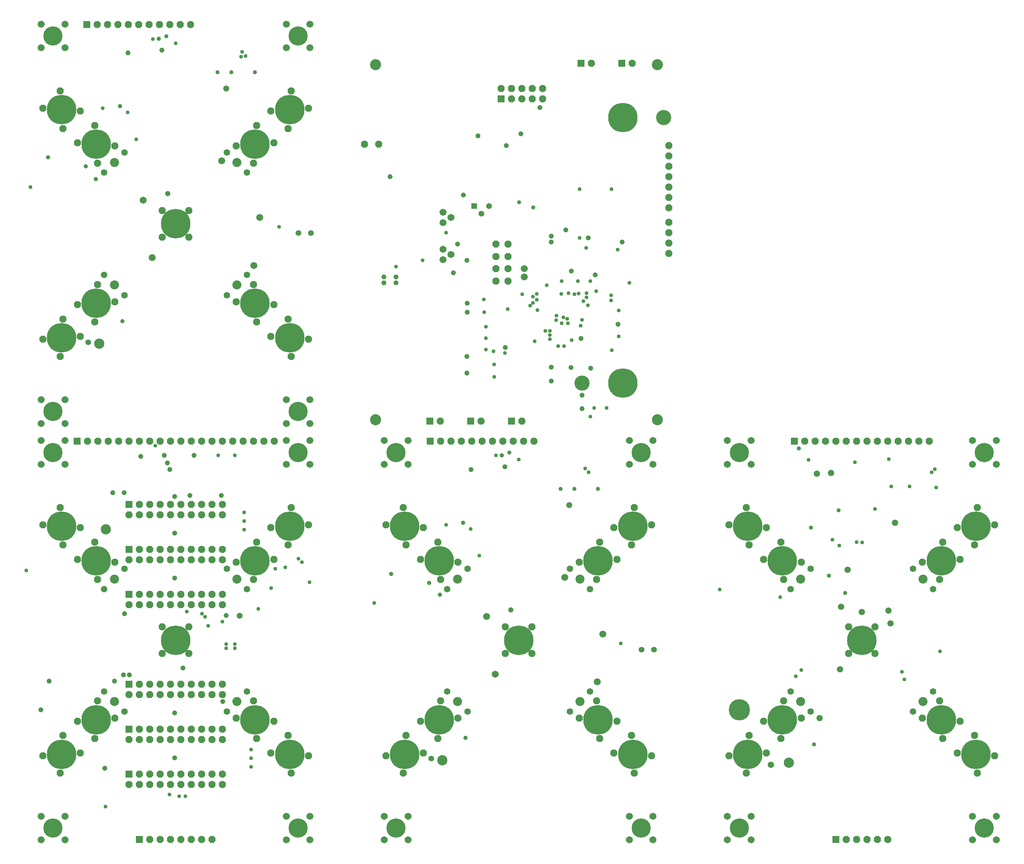
<source format=gbr>
G04 EAGLE Gerber RS-274X export*
G75*
%MOMM*%
%FSLAX34Y34*%
%LPD*%
%INSoldermask Bottom*%
%IPPOS*%
%AMOC8*
5,1,8,0,0,1.08239X$1,22.5*%
G01*
%ADD10C,4.703200*%
%ADD11C,5.203200*%
%ADD12C,2.703200*%
%ADD13C,3.703200*%
%ADD14C,7.203200*%
%ADD15P,1.869504X8X67.500000*%
%ADD16C,7.219200*%
%ADD17P,1.869504X8X157.500000*%
%ADD18P,1.869504X8X247.500000*%
%ADD19P,1.869504X8X337.500000*%
%ADD20R,1.727200X1.727200*%
%ADD21P,1.869504X8X112.500000*%
%ADD22C,2.503200*%
%ADD23C,2.203200*%
%ADD24C,1.603200*%
%ADD25P,1.869504X8X22.500000*%
%ADD26P,1.869504X8X292.500000*%
%ADD27C,1.425200*%
%ADD28R,1.425200X1.425200*%
%ADD29C,1.703200*%
%ADD30P,1.852186X8X22.500000*%
%ADD31P,1.852186X8X202.500000*%
%ADD32C,1.409600*%
%ADD33C,1.059600*%
%ADD34C,0.959600*%
%ADD35C,1.309600*%
%ADD36C,1.209600*%
%ADD37C,1.478200*%
%ADD38C,1.009600*%
%ADD39C,1.553200*%


D10*
X950000Y40000D03*
X1550000Y40000D03*
X1550000Y960000D03*
X950000Y960000D03*
X1790000Y40000D03*
X2390000Y40000D03*
X2390000Y960000D03*
X1790000Y960000D03*
D11*
X1790000Y330000D03*
D10*
X110000Y1060000D03*
X710000Y1060000D03*
X710000Y1980000D03*
X110000Y1980000D03*
D12*
X900000Y1040000D03*
X1590000Y1040000D03*
X1590000Y1910000D03*
X900000Y1910000D03*
D13*
X1405000Y1130000D03*
D14*
X1505000Y1130000D03*
D13*
X1605000Y1780000D03*
D14*
X1505000Y1780000D03*
D10*
X110000Y40000D03*
X710000Y40000D03*
X710000Y960000D03*
X110000Y960000D03*
D15*
X974226Y733348D03*
X924728Y782846D03*
X1016652Y775774D03*
X967154Y825272D03*
D16*
X970690Y779310D03*
D17*
X1101512Y309086D03*
X1052014Y259588D03*
X1059086Y351512D03*
X1009588Y302014D03*
D16*
X1055550Y305550D03*
D18*
X1525774Y266652D03*
X1575272Y217154D03*
X1483348Y224226D03*
X1532846Y174728D03*
D16*
X1529310Y220690D03*
D18*
X1440914Y351512D03*
X1490412Y302014D03*
X1398488Y309086D03*
X1447986Y259588D03*
D16*
X1444450Y305550D03*
D15*
X1059086Y648488D03*
X1009588Y697986D03*
X1101512Y690914D03*
X1052014Y740412D03*
D16*
X1055550Y694450D03*
D19*
X1483348Y775774D03*
X1532846Y825272D03*
X1525774Y733348D03*
X1575272Y782846D03*
D16*
X1529310Y779310D03*
D19*
X1398488Y690914D03*
X1447986Y740412D03*
X1440914Y648488D03*
X1490412Y697986D03*
D16*
X1444450Y694450D03*
D17*
X1016652Y224226D03*
X967154Y174728D03*
X974226Y266652D03*
X924728Y217154D03*
D16*
X970690Y220690D03*
D20*
X1033000Y987500D03*
D21*
X1058400Y987500D03*
X1083800Y987500D03*
X1109200Y987500D03*
X1134600Y987500D03*
X1160000Y987500D03*
X1185400Y987500D03*
X1210800Y987500D03*
X1236200Y987500D03*
X1261600Y987500D03*
X1287000Y987500D03*
D22*
X1063000Y206000D03*
D23*
X1400000Y650000D03*
D24*
X1375251Y674749D03*
X1424749Y625251D03*
D23*
X1100000Y650000D03*
D24*
X1075251Y625251D03*
X1124749Y674749D03*
D23*
X1400000Y350000D03*
D24*
X1424749Y374749D03*
X1375251Y325251D03*
D23*
X1100000Y350000D03*
D24*
X1124749Y325251D03*
X1075251Y374749D03*
D25*
X1217500Y467500D03*
X1217500Y532500D03*
X1282500Y467500D03*
X1282500Y532500D03*
D16*
X1250000Y500000D03*
D15*
X1814226Y733348D03*
X1764728Y782846D03*
X1856652Y775774D03*
X1807154Y825272D03*
D16*
X1810690Y779310D03*
D17*
X1856652Y224226D03*
X1807154Y174728D03*
X1814226Y266652D03*
X1764728Y217154D03*
D16*
X1810690Y220690D03*
D17*
X1941512Y309086D03*
X1892014Y259588D03*
X1899086Y351512D03*
X1849588Y302014D03*
D16*
X1895550Y305550D03*
D15*
X1899086Y648488D03*
X1849588Y697986D03*
X1941512Y690914D03*
X1892014Y740412D03*
D16*
X1895550Y694450D03*
D18*
X2365774Y266652D03*
X2415272Y217154D03*
X2323348Y224226D03*
X2372846Y174728D03*
D16*
X2369310Y220690D03*
D18*
X2280914Y351512D03*
X2330412Y302014D03*
X2238488Y309086D03*
X2287986Y259588D03*
D16*
X2284450Y305550D03*
D19*
X2323348Y775774D03*
X2372846Y825272D03*
X2365774Y733348D03*
X2415272Y782846D03*
D16*
X2369310Y779310D03*
D19*
X2238488Y690914D03*
X2287986Y740412D03*
X2280914Y648488D03*
X2330412Y697986D03*
D16*
X2284450Y694450D03*
D20*
X2026500Y12500D03*
D21*
X2051900Y12500D03*
X2077300Y12500D03*
X2102700Y12500D03*
X2128100Y12500D03*
X2153500Y12500D03*
D20*
X1924900Y987500D03*
D21*
X1950300Y987500D03*
X1975700Y987500D03*
X2001100Y987500D03*
X2026500Y987500D03*
X2051900Y987500D03*
X2077300Y987500D03*
X2102700Y987500D03*
X2128100Y987500D03*
X2153500Y987500D03*
X2178900Y987500D03*
X2204300Y987500D03*
X2229700Y987500D03*
X2255100Y987500D03*
D22*
X1911000Y200000D03*
D23*
X1940000Y650000D03*
D24*
X1915251Y625251D03*
X1964749Y674749D03*
D23*
X1940000Y350000D03*
D24*
X1964749Y325251D03*
X1915251Y374749D03*
D23*
X2240000Y650000D03*
D24*
X2215251Y674749D03*
X2264749Y625251D03*
D23*
X2240000Y350000D03*
D24*
X2264749Y374749D03*
X2215251Y325251D03*
D25*
X2057500Y467500D03*
X2057500Y532500D03*
X2122500Y467500D03*
X2122500Y532500D03*
D16*
X2090000Y500000D03*
D15*
X134226Y1753348D03*
X84728Y1802846D03*
X176652Y1795774D03*
X127154Y1845272D03*
D16*
X130690Y1799310D03*
D17*
X261512Y1329086D03*
X212014Y1279588D03*
X219086Y1371512D03*
X169588Y1322014D03*
D16*
X215550Y1325550D03*
D18*
X685774Y1286652D03*
X735272Y1237154D03*
X643348Y1244226D03*
X692846Y1194728D03*
D16*
X689310Y1240690D03*
D18*
X600914Y1371512D03*
X650412Y1322014D03*
X558488Y1329086D03*
X607986Y1279588D03*
D16*
X604450Y1325550D03*
D15*
X219086Y1668488D03*
X169588Y1717986D03*
X261512Y1710914D03*
X212014Y1760412D03*
D16*
X215550Y1714450D03*
D19*
X643348Y1795774D03*
X692846Y1845272D03*
X685774Y1753348D03*
X735272Y1802846D03*
D16*
X689310Y1799310D03*
D19*
X558488Y1710914D03*
X607986Y1760412D03*
X600914Y1668488D03*
X650412Y1717986D03*
D16*
X604450Y1714450D03*
D17*
X176652Y1244226D03*
X127154Y1194728D03*
X134226Y1286652D03*
X84728Y1237154D03*
D16*
X130690Y1240690D03*
D20*
X193000Y2007500D03*
D21*
X218400Y2007500D03*
X243800Y2007500D03*
X269200Y2007500D03*
X294600Y2007500D03*
X320000Y2007500D03*
X345400Y2007500D03*
X370800Y2007500D03*
X396200Y2007500D03*
X421600Y2007500D03*
X447000Y2007500D03*
D22*
X223000Y1226000D03*
D23*
X560000Y1670000D03*
D24*
X535251Y1694749D03*
X584749Y1645251D03*
D23*
X260000Y1670000D03*
D24*
X235251Y1645251D03*
X284749Y1694749D03*
D23*
X560000Y1370000D03*
D24*
X584749Y1394749D03*
X535251Y1345251D03*
D23*
X260000Y1370000D03*
D24*
X284749Y1345251D03*
X235251Y1394749D03*
D25*
X377500Y1487500D03*
X377500Y1552500D03*
X442500Y1487500D03*
X442500Y1552500D03*
D16*
X410000Y1520000D03*
D26*
X1617500Y1523300D03*
X1617500Y1497900D03*
X1617500Y1472500D03*
X1617500Y1447100D03*
X1617300Y1711200D03*
X1617300Y1685800D03*
X1617300Y1660400D03*
X1617300Y1635000D03*
X1617300Y1609600D03*
X1617300Y1584200D03*
X1617300Y1558800D03*
D27*
X1177000Y1563000D03*
X1159000Y1545000D03*
D28*
X1141000Y1563000D03*
D29*
X1064500Y1457700D03*
X1084000Y1445000D03*
X1064500Y1432300D03*
D30*
X1224000Y1470000D03*
D31*
X1194000Y1470000D03*
X1194000Y1440000D03*
D30*
X1224000Y1440000D03*
X1224000Y1410000D03*
D31*
X1194000Y1410000D03*
X1194000Y1380000D03*
D30*
X1224000Y1380000D03*
D29*
X1264000Y1390000D03*
X1264000Y1410000D03*
D25*
X872500Y1715000D03*
X907500Y1715000D03*
D29*
X1064500Y1547700D03*
X1084000Y1535000D03*
X1064500Y1522300D03*
D20*
X1132300Y1037000D03*
D21*
X1157700Y1037000D03*
D20*
X1232300Y1037000D03*
D21*
X1257700Y1037000D03*
D20*
X1032300Y1037000D03*
D21*
X1057700Y1037000D03*
D20*
X1502300Y1913000D03*
D21*
X1527700Y1913000D03*
D20*
X1402300Y1913000D03*
D21*
X1427700Y1913000D03*
D20*
X1206900Y1826000D03*
D25*
X1206900Y1851400D03*
X1232300Y1826000D03*
X1232300Y1851400D03*
X1257700Y1826000D03*
X1257700Y1851400D03*
X1283100Y1826000D03*
X1283100Y1851400D03*
X1308500Y1826000D03*
X1308500Y1851400D03*
D15*
X134226Y733348D03*
X84728Y782846D03*
X176652Y775774D03*
X127154Y825272D03*
D16*
X130690Y779310D03*
D17*
X176652Y224226D03*
X127154Y174728D03*
X134226Y266652D03*
X84728Y217154D03*
D16*
X130690Y220690D03*
D17*
X261512Y309086D03*
X212014Y259588D03*
X219086Y351512D03*
X169588Y302014D03*
D16*
X215550Y305550D03*
D15*
X219086Y648488D03*
X169588Y697986D03*
X261512Y690914D03*
X212014Y740412D03*
D16*
X215550Y694450D03*
D18*
X685774Y266652D03*
X735272Y217154D03*
X643348Y224226D03*
X692846Y174728D03*
D16*
X689310Y220690D03*
D18*
X600914Y351512D03*
X650412Y302014D03*
X558488Y309086D03*
X607986Y259588D03*
D16*
X604450Y305550D03*
D19*
X643348Y775774D03*
X692846Y825272D03*
X685774Y733348D03*
X735272Y782846D03*
D16*
X689310Y779310D03*
D19*
X558488Y690914D03*
X607986Y740412D03*
X600914Y648488D03*
X650412Y697986D03*
D16*
X604450Y694450D03*
D20*
X295700Y832500D03*
D25*
X295700Y807100D03*
X321100Y832500D03*
X321100Y807100D03*
X346500Y832500D03*
X346500Y807100D03*
X371900Y832500D03*
X371900Y807100D03*
X397300Y832500D03*
X397300Y807100D03*
X422700Y832500D03*
X422700Y807100D03*
X448100Y832500D03*
X448100Y807100D03*
X473500Y832500D03*
X473500Y807100D03*
X498900Y832500D03*
X498900Y807100D03*
X524300Y832500D03*
X524300Y807100D03*
D20*
X295700Y722500D03*
D25*
X295700Y697100D03*
X321100Y722500D03*
X321100Y697100D03*
X346500Y722500D03*
X346500Y697100D03*
X371900Y722500D03*
X371900Y697100D03*
X397300Y722500D03*
X397300Y697100D03*
X422700Y722500D03*
X422700Y697100D03*
X448100Y722500D03*
X448100Y697100D03*
X473500Y722500D03*
X473500Y697100D03*
X498900Y722500D03*
X498900Y697100D03*
X524300Y722500D03*
X524300Y697100D03*
D20*
X295700Y612500D03*
D25*
X295700Y587100D03*
X321100Y612500D03*
X321100Y587100D03*
X346500Y612500D03*
X346500Y587100D03*
X371900Y612500D03*
X371900Y587100D03*
X397300Y612500D03*
X397300Y587100D03*
X422700Y612500D03*
X422700Y587100D03*
X448100Y612500D03*
X448100Y587100D03*
X473500Y612500D03*
X473500Y587100D03*
X498900Y612500D03*
X498900Y587100D03*
X524300Y612500D03*
X524300Y587100D03*
D20*
X295700Y392500D03*
D25*
X295700Y367100D03*
X321100Y392500D03*
X321100Y367100D03*
X346500Y392500D03*
X346500Y367100D03*
X371900Y392500D03*
X371900Y367100D03*
X397300Y392500D03*
X397300Y367100D03*
X422700Y392500D03*
X422700Y367100D03*
X448100Y392500D03*
X448100Y367100D03*
X473500Y392500D03*
X473500Y367100D03*
X498900Y392500D03*
X498900Y367100D03*
X524300Y392500D03*
X524300Y367100D03*
D20*
X295700Y282500D03*
D25*
X295700Y257100D03*
X321100Y282500D03*
X321100Y257100D03*
X346500Y282500D03*
X346500Y257100D03*
X371900Y282500D03*
X371900Y257100D03*
X397300Y282500D03*
X397300Y257100D03*
X422700Y282500D03*
X422700Y257100D03*
X448100Y282500D03*
X448100Y257100D03*
X473500Y282500D03*
X473500Y257100D03*
X498900Y282500D03*
X498900Y257100D03*
X524300Y282500D03*
X524300Y257100D03*
D20*
X295700Y172500D03*
D25*
X295700Y147100D03*
X321100Y172500D03*
X321100Y147100D03*
X346500Y172500D03*
X346500Y147100D03*
X371900Y172500D03*
X371900Y147100D03*
X397300Y172500D03*
X397300Y147100D03*
X422700Y172500D03*
X422700Y147100D03*
X448100Y172500D03*
X448100Y147100D03*
X473500Y172500D03*
X473500Y147100D03*
X498900Y172500D03*
X498900Y147100D03*
X524300Y172500D03*
X524300Y147100D03*
D20*
X168700Y987500D03*
D21*
X194100Y987500D03*
X219500Y987500D03*
X244900Y987500D03*
X270300Y987500D03*
X295700Y987500D03*
X321100Y987500D03*
X346500Y987500D03*
X371900Y987500D03*
X397300Y987500D03*
X422700Y987500D03*
X448100Y987500D03*
X473500Y987500D03*
X498900Y987500D03*
X524300Y987500D03*
X549700Y987500D03*
X575100Y987500D03*
X600500Y987500D03*
X625900Y987500D03*
X651300Y987500D03*
D22*
X239000Y772000D03*
D25*
X377500Y467500D03*
X377500Y532500D03*
X442500Y467500D03*
X442500Y532500D03*
D16*
X410000Y500000D03*
D23*
X560000Y650000D03*
D24*
X535251Y674749D03*
X584749Y625251D03*
D23*
X260000Y350000D03*
D24*
X284749Y325251D03*
X235251Y374749D03*
D23*
X260000Y650000D03*
D24*
X235251Y625251D03*
X284749Y674749D03*
D23*
X560000Y350000D03*
D24*
X584749Y374749D03*
X535251Y325251D03*
D20*
X321100Y12500D03*
D21*
X346500Y12500D03*
X371900Y12500D03*
X397300Y12500D03*
X422700Y12500D03*
X448100Y12500D03*
X473500Y12500D03*
X498900Y12500D03*
D32*
X1550968Y477000D03*
X1581000Y477000D03*
D33*
X1120000Y261000D03*
X1057000Y612000D03*
X1114000Y788000D03*
X1208500Y953000D03*
X1030500Y640500D03*
X937500Y662500D03*
D34*
X1132500Y772500D03*
X1194000Y952500D03*
X1072000Y782500D03*
X1153500Y707000D03*
D35*
X1231000Y574000D03*
D36*
X1133537Y918563D03*
D37*
X1374000Y831000D03*
D34*
X1499500Y492500D03*
X1250000Y942500D03*
X896000Y591000D03*
D29*
X1442000Y398000D03*
X1456000Y515000D03*
X1193000Y417000D03*
X1171000Y558000D03*
X1363000Y654000D03*
X921000Y69000D03*
X921000Y11000D03*
X979000Y11000D03*
X979000Y69000D03*
X1521000Y69000D03*
X1521000Y11000D03*
X1579000Y11000D03*
X1579000Y69000D03*
X921000Y989000D03*
X921000Y931000D03*
X979000Y931000D03*
X979000Y989000D03*
X1521000Y989000D03*
X1521000Y931000D03*
X1579000Y931000D03*
X1579000Y989000D03*
D34*
X1412629Y920629D03*
X1421000Y911000D03*
D36*
X1216000Y925000D03*
D32*
X1036000Y210000D03*
D38*
X1386700Y871000D03*
X1444000Y871000D03*
X1227402Y959402D03*
X1352667Y870667D03*
D34*
X2155800Y943800D03*
X1890600Y605800D03*
D38*
X1966000Y776000D03*
X2033098Y818098D03*
X1972973Y245029D03*
D34*
X2077200Y740400D03*
X1928000Y412000D03*
X1942000Y427000D03*
X2018000Y746200D03*
D39*
X1980000Y908000D03*
X2014300Y909968D03*
X2171000Y788000D03*
X1987000Y309000D03*
X2055000Y673000D03*
D34*
X2281650Y472800D03*
X1959450Y942000D03*
X2073000Y936000D03*
X2122000Y822000D03*
X1742400Y624000D03*
D39*
X2037000Y429000D03*
X2155000Y573000D03*
X2160000Y541800D03*
X2039000Y582000D03*
D34*
X2261000Y911000D03*
X2269000Y919000D03*
X2272000Y874000D03*
X2207000Y877000D03*
X2161902Y877000D03*
D39*
X1867000Y195000D03*
X2090000Y569000D03*
D38*
X1936000Y970000D03*
X2009800Y658000D03*
X2049000Y616000D03*
D34*
X2188000Y423000D03*
X2194000Y404000D03*
X2035200Y731800D03*
X2091200Y739400D03*
D29*
X1761000Y69000D03*
X1761000Y11000D03*
X1819000Y11000D03*
X1819000Y69000D03*
X2361000Y69000D03*
X2361000Y11000D03*
X2419000Y11000D03*
X2419000Y69000D03*
X1761000Y989000D03*
X1761000Y931000D03*
X1819000Y931000D03*
X1819000Y989000D03*
X2361000Y989000D03*
X2361000Y931000D03*
X2419000Y931000D03*
X2419000Y989000D03*
D32*
X710968Y1497000D03*
X741000Y1497000D03*
D33*
X280000Y1281000D03*
X215000Y1629000D03*
X274000Y1808000D03*
X368500Y1973000D03*
X190500Y1660500D03*
X97500Y1682500D03*
D34*
X292500Y1792500D03*
X354000Y1972500D03*
X232000Y1802500D03*
X313500Y1727000D03*
D35*
X391000Y1594000D03*
D36*
X293537Y1938563D03*
D37*
X534000Y1851000D03*
D34*
X663500Y1512500D03*
X410000Y1962500D03*
X55000Y1610000D03*
D29*
X602000Y1418000D03*
X616000Y1535000D03*
X353000Y1437000D03*
X331000Y1578000D03*
X523000Y1674000D03*
X81000Y1089000D03*
X81000Y1031000D03*
X139000Y1031000D03*
X139000Y1089000D03*
X681000Y1089000D03*
X681000Y1031000D03*
X739000Y1031000D03*
X739000Y1089000D03*
X81000Y2009000D03*
X81000Y1951000D03*
X139000Y1951000D03*
X139000Y2009000D03*
X681000Y2009000D03*
X681000Y1951000D03*
X739000Y1951000D03*
X739000Y2009000D03*
D34*
X572629Y1940629D03*
X581000Y1931000D03*
D36*
X376000Y1945000D03*
D32*
X196000Y1230000D03*
D38*
X546700Y1891000D03*
X604000Y1891000D03*
X387402Y1979402D03*
X512667Y1890667D03*
D34*
X570000Y1929000D03*
D36*
X1493000Y1274000D03*
D34*
X1476218Y1332567D03*
D36*
X1402674Y1238674D03*
X1330000Y1135000D03*
X1124000Y1303000D03*
X1217000Y1217000D03*
X1123000Y1195000D03*
X1123000Y1154000D03*
X1124318Y1325532D03*
X1405123Y1100123D03*
X1426069Y1166069D03*
X1378500Y1404000D03*
X1365000Y1505000D03*
X1420000Y1485000D03*
X1437000Y1395000D03*
X1503000Y1475000D03*
X1090000Y1400000D03*
X1100000Y1470000D03*
X1219680Y1711167D03*
D34*
X1415880Y1350120D03*
X1405218Y1284692D03*
X1355205Y1276432D03*
X1425000Y1048000D03*
X1434814Y1069000D03*
X1465000Y1069000D03*
X1478000Y1210000D03*
D36*
X1330000Y1169000D03*
X1378000Y1168000D03*
D34*
X1170000Y1268000D03*
X1170000Y1240000D03*
X1170000Y1212000D03*
X1188000Y1208000D03*
X1495000Y1307718D03*
X1495218Y1244000D03*
X1399000Y1485000D03*
X1415000Y1461000D03*
X1223000Y1311000D03*
X1259000Y1347000D03*
X1319000Y1369000D03*
X1190000Y1145000D03*
X1190000Y1175282D03*
X1216210Y1203790D03*
X1165718Y1303718D03*
X1164823Y1335000D03*
X1492000Y1457000D03*
X1477282Y1605000D03*
X1399000Y1605000D03*
X1346432Y1220000D03*
X1361000Y1220000D03*
X1285000Y1341394D03*
X1408506Y1330494D03*
X1277734Y1319266D03*
X1416286Y1340000D03*
X1295815Y1308185D03*
X1440000Y1355000D03*
X1285000Y1326548D03*
X1397000Y1349000D03*
X1293793Y1333830D03*
X1386851Y1347149D03*
X1370000Y1276432D03*
X1325992Y1247517D03*
X1402000Y1270000D03*
X1326000Y1237000D03*
X1072000Y1498500D03*
X1380000Y1235000D03*
X1354000Y1348568D03*
X1355000Y1380000D03*
X1294000Y1348676D03*
X1372000Y1349676D03*
X1315000Y1258000D03*
X1342734Y1294564D03*
X1326000Y1258000D03*
X1342000Y1284000D03*
X1395000Y1380000D03*
X1419568Y1320000D03*
D38*
X1251047Y1572350D03*
X1286000Y1560000D03*
D36*
X1123000Y1430000D03*
X1330000Y1475000D03*
X1330000Y1490000D03*
X1255000Y1740000D03*
X1150000Y1735000D03*
X920000Y1390000D03*
X950000Y1390000D03*
X920000Y1375000D03*
X950000Y1375000D03*
X935000Y1635000D03*
X1115000Y1590000D03*
X1301468Y1805000D03*
X1405000Y1067000D03*
D34*
X1015000Y1430000D03*
X950000Y1415000D03*
X1289000Y1232000D03*
X1425000Y1380000D03*
X1359000Y1291000D03*
X1369000Y1287000D03*
X1476218Y1345000D03*
X1521000Y1375000D03*
D36*
X408000Y762000D03*
X408000Y652000D03*
X408000Y852000D03*
X428000Y432000D03*
X408000Y322000D03*
X408000Y212000D03*
D34*
X419000Y118000D03*
X434000Y118000D03*
X533500Y480000D03*
X555250Y480000D03*
D36*
X284200Y861500D03*
D34*
X534000Y490500D03*
X555250Y490960D03*
X524150Y545250D03*
D37*
X567000Y560000D03*
D34*
X738000Y642000D03*
X644000Y628000D03*
D36*
X525000Y350000D03*
X533500Y560500D03*
X260000Y400000D03*
X284700Y565000D03*
X325000Y950000D03*
X390000Y934000D03*
X100000Y400000D03*
X237000Y187000D03*
D34*
X490000Y535250D03*
D36*
X522020Y854792D03*
D34*
X482355Y557355D03*
X238016Y92984D03*
X395000Y122230D03*
D36*
X297100Y415000D03*
X282000Y415000D03*
D34*
X595000Y190000D03*
X595000Y211000D03*
X595000Y232000D03*
X578000Y771000D03*
X578000Y792000D03*
X578000Y813000D03*
X437163Y569837D03*
D36*
X256200Y861500D03*
X80000Y330000D03*
D34*
X555000Y953250D03*
X514270Y953250D03*
X360000Y976250D03*
X613000Y577000D03*
X44650Y671000D03*
X719030Y691030D03*
X654000Y675000D03*
X710530Y699530D03*
X679000Y678780D03*
D29*
X81000Y69000D03*
X81000Y11000D03*
X139000Y11000D03*
X139000Y69000D03*
X681000Y69000D03*
X681000Y11000D03*
X739000Y11000D03*
X739000Y69000D03*
X81000Y989000D03*
X81000Y931000D03*
X139000Y931000D03*
X139000Y989000D03*
X681000Y989000D03*
X681000Y931000D03*
X739000Y931000D03*
X739000Y989000D03*
D36*
X382000Y952500D03*
X395500Y918000D03*
X455500Y952500D03*
X445000Y855000D03*
D34*
X475000Y565000D03*
M02*

</source>
